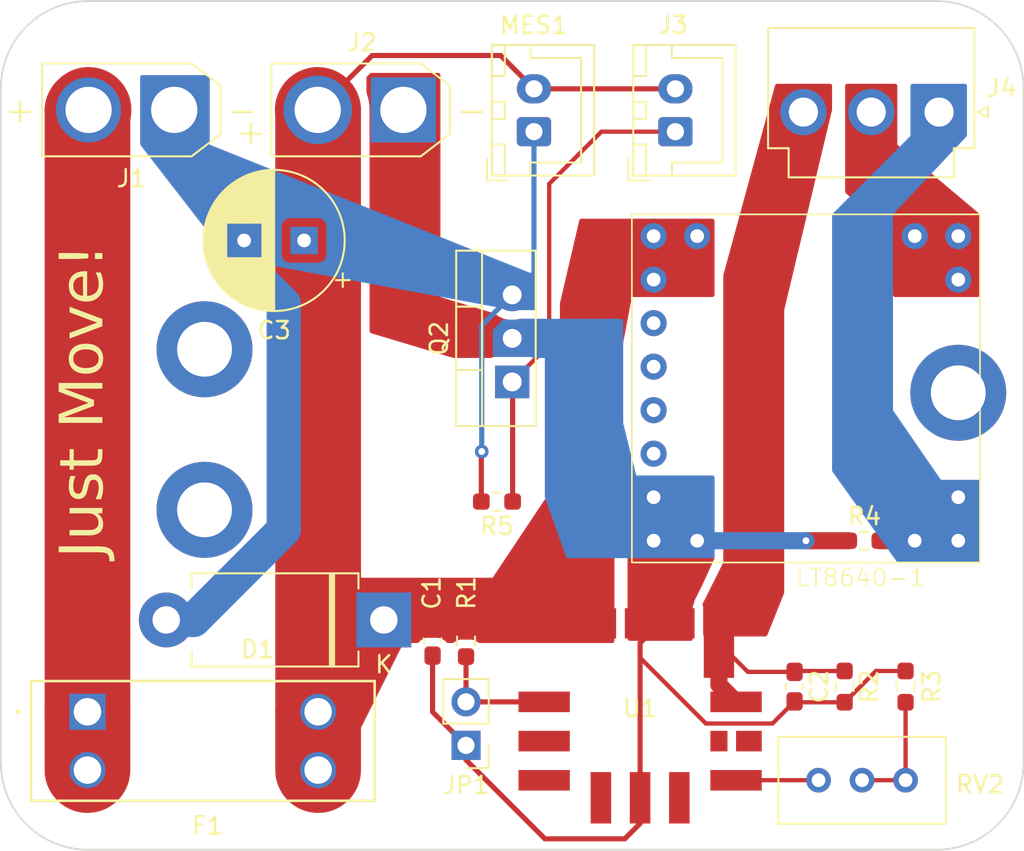
<source format=kicad_pcb>
(kicad_pcb (version 20221018) (generator pcbnew)
  (layers (0 "F.Cu" signal) (31 "B.Cu" signal) (34 "B.Paste" user) (35 "F.Paste" user) (36 "B.SilkS" user "B.Silkscreen") (37 "F.SilkS" user "F.Silkscreen") (38 "B.Mask" user) (39 "F.Mask" user) (44 "Edge.Cuts" user))
  (net 0 "")
  (net 1 "GND")
  (net 2 "VDD")
  (net 3 "Net-(J1-Pin_2)")
  (net 4 "Net-(J3-Pin_1)")
  (net 5 "GND2")
  (net 10 "+5VA")
  (net 11 "+5VD")
  (net 13 "Net-(U1-TRIM1)")
  (net 14 "Net-(JP1-B)")
  (net 19 "Net-(R3-Pad1)")
  (footprint "Connector_JST:JST_VH_B3P-VH_1x03_P3.96mm_Vertical" (layer "F.Cu") (at 85.24 92.837 180)
    (fp_text reference "J4" (at -3.66 1.397) (layer "F.SilkS"))
    (fp_text value "5V out")
    (fp_line (start -2.86 -0.3) (end -2.26 0) (stroke (width 0.12)) (layer "F.SilkS"))
    (fp_line (start -2.86 0.3) (end -2.86 -0.3) (stroke (width 0.12)) (layer "F.SilkS"))
    (fp_line (start -2.26 0) (end -2.86 0.3) (stroke (width 0.12)) (layer "F.SilkS"))
    (fp_line (start -2.06 -2.11) (end -0.86 -2.11) (stroke (width 0.12)) (layer "F.SilkS"))
    (fp_line (start -2.06 4.91) (end -2.06 -2.11) (stroke (width 0.12)) (layer "F.SilkS"))
    (fp_line (start -0.86 -3.81) (end 8.78 -3.81) (stroke (width 0.12)) (layer "F.SilkS"))
    (fp_line (start -0.86 -2.11) (end -0.86 -3.81) (stroke (width 0.12)) (layer "F.SilkS"))
    (fp_line (start 8.78 -3.81) (end 8.78 -2.11) (stroke (width 0.12)) (layer "F.SilkS"))
    (fp_line (start 8.78 -2.11) (end 9.98 -2.11) (stroke (width 0.12)) (layer "F.SilkS"))
    (fp_line (start 9.98 -2.11) (end 9.98 4.91) (stroke (width 0.12)) (layer "F.SilkS"))
    (fp_line (start 9.98 4.91) (end -2.06 4.91) (stroke (width 0.12)) (layer "F.SilkS"))
    (pad "1" thru_hole roundrect (at 0 0 180) (size 2.7 2.7) (drill 1.7) (layers "*.Cu" "*.Mask") (roundrect_rratio 0.09259296296) (net 5 "GND2"))
    (pad "2" thru_hole circle (at 3.96 0 180) (size 2.7 2.7) (drill 1.7) (layers "*.Cu" "*.Mask") (net 10 "+5VA"))
    (pad "3" thru_hole circle (at 7.92 0 180) (size 2.7 2.7) (drill 1.7) (layers "*.Cu" "*.Mask") (net 11 "+5VD"))
  )
  (footprint "Capacitor_THT:CP_Radial_D8.0mm_P3.50mm" (layer "F.Cu") (at 48.1786 100.33 180)
    (fp_text reference "C3" (at 1.75 -5.25) (layer "F.SilkS"))
    (fp_text value "1000u")
    (fp_line (start -2.659698 -2.315) (end -1.859698 -2.315) (stroke (width 0.12)) (layer "F.SilkS"))
    (fp_line (start -2.259698 -2.715) (end -2.259698 -1.915) (stroke (width 0.12)) (layer "F.SilkS"))
    (fp_line (start 1.75 -4.08) (end 1.75 4.08) (stroke (width 0.12)) (layer "F.SilkS"))
    (fp_line (start 1.79 -4.08) (end 1.79 4.08) (stroke (width 0.12)) (layer "F.SilkS"))
    (fp_line (start 1.83 -4.08) (end 1.83 4.08) (stroke (width 0.12)) (layer "F.SilkS"))
    (fp_line (start 1.87 -4.079) (end 1.87 4.079) (stroke (width 0.12)) (layer "F.SilkS"))
    (fp_line (start 1.91 -4.077) (end 1.91 4.077) (stroke (width 0.12)) (layer "F.SilkS"))
    (fp_line (start 1.95 -4.076) (end 1.95 4.076) (stroke (width 0.12)) (layer "F.SilkS"))
    (fp_line (start 1.99 -4.074) (end 1.99 4.074) (stroke (width 0.12)) (layer "F.SilkS"))
    (fp_line (start 2.03 -4.071) (end 2.03 4.071) (stroke (width 0.12)) (layer "F.SilkS"))
    (fp_line (start 2.07 -4.068) (end 2.07 4.068) (stroke (width 0.12)) (layer "F.SilkS"))
    (fp_line (start 2.11 -4.065) (end 2.11 4.065) (stroke (width 0.12)) (layer "F.SilkS"))
    (fp_line (start 2.15 -4.061) (end 2.15 4.061) (stroke (width 0.12)) (layer "F.SilkS"))
    (fp_line (start 2.19 -4.057) (end 2.19 4.057) (stroke (width 0.12)) (layer "F.SilkS"))
    (fp_line (start 2.23 -4.052) (end 2.23 4.052) (stroke (width 0.12)) (layer "F.SilkS"))
    (fp_line (start 2.27 -4.048) (end 2.27 4.048) (stroke (width 0.12)) (layer "F.SilkS"))
    (fp_line (start 2.31 -4.042) (end 2.31 4.042) (stroke (width 0.12)) (layer "F.SilkS"))
    (fp_line (start 2.35 -4.037) (end 2.35 4.037) (stroke (width 0.12)) (layer "F.SilkS"))
    (fp_line (start 2.39 -4.03) (end 2.39 4.03) (stroke (width 0.12)) (layer "F.SilkS"))
    (fp_line (start 2.43 -4.024) (end 2.43 4.024) (stroke (width 0.12)) (layer "F.SilkS"))
    (fp_line (start 2.471 -4.017) (end 2.471 -1.04) (stroke (width 0.12)) (layer "F.SilkS"))
    (fp_line (start 2.471 1.04) (end 2.471 4.017) (stroke (width 0.12)) (layer "F.SilkS"))
    (fp_line (start 2.511 -4.01) (end 2.511 -1.04) (stroke (width 0.12)) (layer "F.SilkS"))
    (fp_line (start 2.511 1.04) (end 2.511 4.01) (stroke (width 0.12)) (layer "F.SilkS"))
    (fp_line (start 2.551 -4.002) (end 2.551 -1.04) (stroke (width 0.12)) (layer "F.SilkS"))
    (fp_line (start 2.551 1.04) (end 2.551 4.002) (stroke (width 0.12)) (layer "F.SilkS"))
    (fp_line (start 2.591 -3.994) (end 2.591 -1.04) (stroke (width 0.12)) (layer "F.SilkS"))
    (fp_line (start 2.591 1.04) (end 2.591 3.994) (stroke (width 0.12)) (layer "F.SilkS"))
    (fp_line (start 2.631 -3.985) (end 2.631 -1.04) (stroke (width 0.12)) (layer "F.SilkS"))
    (fp_line (start 2.631 1.04) (end 2.631 3.985) (stroke (width 0.12)) (layer "F.SilkS"))
    (fp_line (start 2.671 -3.976) (end 2.671 -1.04) (stroke (width 0.12)) (layer "F.SilkS"))
    (fp_line (start 2.671 1.04) (end 2.671 3.976) (stroke (width 0.12)) (layer "F.SilkS"))
    (fp_line (start 2.711 -3.967) (end 2.711 -1.04) (stroke (width 0.12)) (layer "F.SilkS"))
    (fp_line (start 2.711 1.04) (end 2.711 3.967) (stroke (width 0.12)) (layer "F.SilkS"))
    (fp_line (start 2.751 -3.957) (end 2.751 -1.04) (stroke (width 0.12)) (layer "F.SilkS"))
    (fp_line (start 2.751 1.04) (end 2.751 3.957) (stroke (width 0.12)) (layer "F.SilkS"))
    (fp_line (start 2.791 -3.947) (end 2.791 -1.04) (stroke (width 0.12)) (layer "F.SilkS"))
    (fp_line (start 2.791 1.04) (end 2.791 3.947) (stroke (width 0.12)) (layer "F.SilkS"))
    (fp_line (start 2.831 -3.936) (end 2.831 -1.04) (stroke (width 0.12)) (layer "F.SilkS"))
    (fp_line (start 2.831 1.04) (end 2.831 3.936) (stroke (width 0.12)) (layer "F.SilkS"))
    (fp_line (start 2.871 -3.925) (end 2.871 -1.04) (stroke (width 0.12)) (layer "F.SilkS"))
    (fp_line (start 2.871 1.04) (end 2.871 3.925) (stroke (width 0.12)) (layer "F.SilkS"))
    (fp_line (start 2.911 -3.914) (end 2.911 -1.04) (stroke (width 0.12)) (layer "F.SilkS"))
    (fp_line (start 2.911 1.04) (end 2.911 3.914) (stroke (width 0.12)) (layer "F.SilkS"))
    (fp_line (start 2.951 -3.902) (end 2.951 -1.04) (stroke (width 0.12)) (layer "F.SilkS"))
    (fp_line (start 2.951 1.04) (end 2.951 3.902) (stroke (width 0.12)) (layer "F.SilkS"))
    (fp_line (start 2.991 -3.889) (end 2.991 -1.04) (stroke (width 0.12)) (layer "F.SilkS"))
    (fp_line (start 2.991 1.04) (end 2.991 3.889) (stroke (width 0.12)) (layer "F.SilkS"))
    (fp_line (start 3.031 -3.877) (end 3.031 -1.04) (stroke (width 0.12)) (layer "F.SilkS"))
    (fp_line (start 3.031 1.04) (end 3.031 3.877) (stroke (width 0.12)) (layer "F.SilkS"))
    (fp_line (start 3.071 -3.863) (end 3.071 -1.04) (stroke (width 0.12)) (layer "F.SilkS"))
    (fp_line (start 3.071 1.04) (end 3.071 3.863) (stroke (width 0.12)) (layer "F.SilkS"))
    (fp_line (start 3.111 -3.85) (end 3.111 -1.04) (stroke (width 0.12)) (layer "F.SilkS"))
    (fp_line (start 3.111 1.04) (end 3.111 3.85) (stroke (width 0.12)) (layer "F.SilkS"))
    (fp_line (start 3.151 -3.835) (end 3.151 -1.04) (stroke (width 0.12)) (layer "F.SilkS"))
    (fp_line (start 3.151 1.04) (end 3.151 3.835) (stroke (width 0.12)) (layer "F.SilkS"))
    (fp_line (start 3.191 -3.821) (end 3.191 -1.04) (stroke (width 0.12)) (layer "F.SilkS"))
    (fp_line (start 3.191 1.04) (end 3.191 3.821) (stroke (width 0.12)) (layer "F.SilkS"))
    (fp_line (start 3.231 -3.805) (end 3.231 -1.04) (stroke (width 0.12)) (layer "F.SilkS"))
    (fp_line (start 3.231 1.04) (end 3.231 3.805) (stroke (width 0.12)) (layer "F.SilkS"))
    (fp_line (start 3.271 -3.79) (end 3.271 -1.04) (stroke (width 0.12)) (layer "F.SilkS"))
    (fp_line (start 3.271 1.04) (end 3.271 3.79) (stroke (width 0.12)) (layer "F.SilkS"))
    (fp_line (start 3.311 -3.774) (end 3.311 -1.04) (stroke (width 0.12)) (layer "F.SilkS"))
    (fp_line (start 3.311 1.04) (end 3.311 3.774) (stroke (width 0.12)) (layer "F.SilkS"))
    (fp_line (start 3.351 -3.757) (end 3.351 -1.04) (stroke (width 0.12)) (layer "F.SilkS"))
    (fp_line (start 3.351 1.04) (end 3.351 3.757) (stroke (width 0.12)) (layer "F.SilkS"))
    (fp_line (start 3.391 -3.74) (end 3.391 -1.04) (stroke (width 0.12)) (layer "F.SilkS"))
    (fp_line (start 3.391 1.04) (end 3.391 3.74) (stroke (width 0.12)) (layer "F.SilkS"))
    (fp_line (start 3.431 -3.722) (end 3.431 -1.04) (stroke (width 0.12)) (layer "F.SilkS"))
    (fp_line (start 3.431 1.04) (end 3.431 3.722) (stroke (width 0.12)) (layer "F.SilkS"))
    (fp_line (start 3.471 -3.704) (end 3.471 -1.04) (stroke (width 0.12)) (layer "F.SilkS"))
    (fp_line (start 3.471 1.04) (end 3.471 3.704) (stroke (width 0.12)) (layer "F.SilkS"))
    (fp_line (start 3.511 -3.686) (end 3.511 -1.04) (stroke (width 0.12)) (layer "F.SilkS"))
    (fp_line (start 3.511 1.04) (end 3.511 3.686) (stroke (width 0.12)) (layer "F.SilkS"))
    (fp_line (start 3.551 -3.666) (end 3.551 -1.04) (stroke (width 0.12)) (layer "F.SilkS"))
    (fp_line (start 3.551 1.04) (end 3.551 3.666) (stroke (width 0.12)) (layer "F.SilkS"))
    (fp_line (start 3.591 -3.647) (end 3.591 -1.04) (stroke (width 0.12)) (layer "F.SilkS"))
    (fp_line (start 3.591 1.04) (end 3.591 3.647) (stroke (width 0.12)) (layer "F.SilkS"))
    (fp_line (start 3.631 -3.627) (end 3.631 -1.04) (stroke (width 0.12)) (layer "F.SilkS"))
    (fp_line (start 3.631 1.04) (end 3.631 3.627) (stroke (width 0.12)) (layer "F.SilkS"))
    (fp_line (start 3.671 -3.606) (end 3.671 -1.04) (stroke (width 0.12)) (layer "F.SilkS"))
    (fp_line (start 3.671 1.04) (end 3.671 3.606) (stroke (width 0.12)) (layer "F.SilkS"))
    (fp_line (start 3.711 -3.584) (end 3.711 -1.04) (stroke (width 0.12)) (layer "F.SilkS"))
    (fp_line (start 3.711 1.04) (end 3.711 3.584) (stroke (width 0.12)) (layer "F.SilkS"))
    (fp_line (start 3.751 -3.562) (end 3.751 -1.04) (stroke (width 0.12)) (layer "F.SilkS"))
    (fp_line (start 3.751 1.04) (end 3.751 3.562) (stroke (width 0.12)) (layer "F.SilkS"))
    (fp_line (start 3.791 -3.54) (end 3.791 -1.04) (stroke (width 0.12)) (layer "F.SilkS"))
    (fp_line (start 3.791 1.04) (end 3.791 3.54) (stroke (width 0.12)) (layer "F.SilkS"))
    (fp_line (start 3.831 -3.517) (end 3.831 -1.04) (stroke (width 0.12)) (layer "F.SilkS"))
    (fp_line (start 3.831 1.04) (end 3.831 3.517) (stroke (width 0.12)) (layer "F.SilkS"))
    (fp_line (start 3.871 -3.493) (end 3.871 -1.04) (stroke (width 0.12)) (layer "F.SilkS"))
    (fp_line (start 3.871 1.04) (end 3.871 3.493) (stroke (width 0.12)) (layer "F.SilkS"))
    (fp_line (start 3.911 -3.469) (end 3.911 -1.04) (stroke (width 0.12)) (layer "F.SilkS"))
    (fp_line (start 3.911 1.04) (end 3.911 3.469) (stroke (width 0.12)) (layer "F.SilkS"))
    (fp_line (start 3.951 -3.444) (end 3.951 -1.04) (stroke (width 0.12)) (layer "F.SilkS"))
    (fp_line (start 3.951 1.04) (end 3.951 3.444) (stroke (width 0.12)) (layer "F.SilkS"))
    (fp_line (start 3.991 -3.418) (end 3.991 -1.04) (stroke (width 0.12)) (layer "F.SilkS"))
    (fp_line (start 3.991 1.04) (end 3.991 3.418) (stroke (width 0.12)) (layer "F.SilkS"))
    (fp_line (start 4.031 -3.392) (end 4.031 -1.04) (stroke (width 0.12)) (layer "F.SilkS"))
    (fp_line (start 4.031 1.04) (end 4.031 3.392) (stroke (width 0.12)) (layer "F.SilkS"))
    (fp_line (start 4.071 -3.365) (end 4.071 -1.04) (stroke (width 0.12)) (layer "F.SilkS"))
    (fp_line (start 4.071 1.04) (end 4.071 3.365) (stroke (width 0.12)) (layer "F.SilkS"))
    (fp_line (start 4.111 -3.338) (end 4.111 -1.04) (stroke (width 0.12)) (layer "F.SilkS"))
    (fp_line (start 4.111 1.04) (end 4.111 3.338) (stroke (width 0.12)) (layer "F.SilkS"))
    (fp_line (start 4.151 -3.309) (end 4.151 -1.04) (stroke (width 0.12)) (layer "F.SilkS"))
    (fp_line (start 4.151 1.04) (end 4.151 3.309) (stroke (width 0.12)) (layer "F.SilkS"))
    (fp_line (start 4.191 -3.28) (end 4.191 -1.04) (stroke (width 0.12)) (layer "F.SilkS"))
    (fp_line (start 4.191 1.04) (end 4.191 3.28) (stroke (width 0.12)) (layer "F.SilkS"))
    (fp_line (start 4.231 -3.25) (end 4.231 -1.04) (stroke (width 0.12)) (layer "F.SilkS"))
    (fp_line (start 4.231 1.04) (end 4.231 3.25) (stroke (width 0.12)) (layer "F.SilkS"))
    (fp_line (start 4.271 -3.22) (end 4.271 -1.04) (stroke (width 0.12)) (layer "F.SilkS"))
    (fp_line (start 4.271 1.04) (end 4.271 3.22) (stroke (width 0.12)) (layer "F.SilkS"))
    (fp_line (start 4.311 -3.189) (end 4.311 -1.04) (stroke (width 0.12)) (layer "F.SilkS"))
    (fp_line (start 4.311 1.04) (end 4.311 3.189) (stroke (width 0.12)) (layer "F.SilkS"))
    (fp_line (start 4.351 -3.156) (end 4.351 -1.04) (stroke (width 0.12)) (layer "F.SilkS"))
    (fp_line (start 4.351 1.04) (end 4.351 3.156) (stroke (width 0.12)) (layer "F.SilkS"))
    (fp_line (start 4.391 -3.124) (end 4.391 -1.04) (stroke (width 0.12)) (layer "F.SilkS"))
    (fp_line (start 4.391 1.04) (end 4.391 3.124) (stroke (width 0.12)) (layer "F.SilkS"))
    (fp_line (start 4.431 -3.09) (end 4.431 -1.04) (stroke (width 0.12)) (layer "F.SilkS"))
    (fp_line (start 4.431 1.04) (end 4.431 3.09) (stroke (width 0.12)) (layer "F.SilkS"))
    (fp_line (start 4.471 -3.055) (end 4.471 -1.04) (stroke (width 0.12)) (layer "F.SilkS"))
    (fp_line (start 4.471 1.04) (end 4.471 3.055) (stroke (width 0.12)) (layer "F.SilkS"))
    (fp_line (start 4.511 -3.019) (end 4.511 -1.04) (stroke (width 0.12)) (layer "F.SilkS"))
    (fp_line (start 4.511 1.04) (end 4.511 3.019) (stroke (width 0.12)) (layer "F.SilkS"))
    (fp_line (start 4.551 -2.983) (end 4.551 2.983) (stroke (width 0.12)) (layer "F.SilkS"))
    (fp_line (start 4.591 -2.945) (end 4.591 2.945) (stroke (width 0.12)) (layer "F.SilkS"))
    (fp_line (start 4.631 -2.907) (end 4.631 2.907) (stroke (width 0.12)) (layer "F.SilkS"))
    (fp_line (start 4.671 -2.867) (end 4.671 2.867) (stroke (width 0.12)) (layer "F.SilkS"))
    (fp_line (start 4.711 -2.826) (end 4.711 2.826) (stroke (width 0.12)) (layer "F.SilkS"))
    (fp_line (start 4.751 -2.784) (end 4.751 2.784) (stroke (width 0.12)) (layer "F.SilkS"))
    (fp_line (start 4.791 -2.741) (end 4.791 2.741) (stroke (width 0.12)) (layer "F.SilkS"))
    (fp_line (start 4.831 -2.697) (end 4.831 2.697) (stroke (width 0.12)) (layer "F.SilkS"))
    (fp_line (start 4.871 -2.651) (end 4.871 2.651) (stroke (width 0.12)) (layer "F.SilkS"))
    (fp_line (start 4.911 -2.604) (end 4.911 2.604) (stroke (width 0.12)) (layer "F.SilkS"))
    (fp_line (start 4.951 -2.556) (end 4.951 2.556) (stroke (width 0.12)) (layer "F.SilkS"))
    (fp_line (start 4.991 -2.505) (end 4.991 2.505) (stroke (width 0.12)) (layer "F.SilkS"))
    (fp_line (start 5.031 -2.454) (end 5.031 2.454) (stroke (width 0.12)) (layer "F.SilkS"))
    (fp_line (start 5.071 -2.4) (end 5.071 2.4) (stroke (width 0.12)) (layer "F.SilkS"))
    (fp_line (start 5.111 -2.345) (end 5.111 2.345) (stroke (width 0.12)) (layer "F.SilkS"))
    (fp_line (start 5.151 -2.287) (end 5.151 2.287) (stroke (width 0.12)) (layer "F.SilkS"))
    (fp_line (start 5.191 -2.228) (end 5.191 2.228) (stroke (width 0.12)) (layer "F.SilkS"))
    (fp_line (start 5.231 -2.166) (end 5.231 2.166) (stroke (width 0.12)) (layer "F.SilkS"))
    (fp_line (start 5.271 -2.102) (end 5.271 2.102) (stroke (width 0.12)) (layer "F.SilkS"))
    (fp_line (start 5.311 -2.034) (end 5.311 2.034) (stroke (width 0.12)) (layer "F.SilkS"))
    (fp_line (start 5.351 -1.964) (end 5.351 1.964) (stroke (width 0.12)) (layer "F.SilkS"))
    (fp_line (start 5.391 -1.89) (end 5.391 1.89) (stroke (width 0.12)) (layer "F.SilkS"))
    (fp_line (start 5.431 -1.813) (end 5.431 1.813) (stroke (width 0.12)) (layer "F.SilkS"))
    (fp_line (start 5.471 -1.731) (end 5.471 1.731) (stroke (width 0.12)) (layer "F.SilkS"))
    (fp_line (start 5.511 -1.645) (end 5.511 1.645) (stroke (width 0.12)) (layer "F.SilkS"))
    (fp_line (start 5.551 -1.552) (end 5.551 1.552) (stroke (width 0.12)) (layer "F.SilkS"))
    (fp_line (start 5.591 -1.453) (end 5.591 1.453) (stroke (width 0.12)) (layer "F.SilkS"))
    (fp_line (start 5.631 -1.346) (end 5.631 1.346) (stroke (width 0.12)) (layer "F.SilkS"))
    (fp_line (start 5.671 -1.229) (end 5.671 1.229) (stroke (width 0.12)) (layer "F.SilkS"))
    (fp_line (start 5.711 -1.098) (end 5.711 1.098) (stroke (width 0.12)) (layer "F.SilkS"))
    (fp_line (start 5.751 -0.948) (end 5.751 0.948) (stroke (width 0.12)) (layer "F.SilkS"))
    (fp_line (start 5.791 -0.768) (end 5.791 0.768) (stroke (width 0.12)) (layer "F.SilkS"))
    (fp_line (start 5.831 -0.533) (end 5.831 0.533) (stroke (width 0.12)) (layer "F.SilkS"))
    (fp_circle (center 1.75 0) (end 5.87 0) (stroke (width 0.12)) (fill none) (layer "F.SilkS"))
    (pad "1" thru_hole rect (at 0 0 180) (size 1.6 1.6) (drill 0.8) (layers "*.Cu" "*.Mask") (net 2 "VDD"))
    (pad "2" thru_hole circle (at 3.5 0 180) (size 1.6 1.6) (drill 0.8) (layers "*.Cu" "*.Mask") (net 1 "GND"))
  )
  (footprint "Resistor_SMD:R_0603_1608Metric_Pad0.98x0.95mm_HandSolder" (layer "F.Cu") (at 57.63 123.704 -90)
    (fp_text reference "R1" (at -2.8 -0.028 90) (layer "F.SilkS"))
    (fp_text value "20k")
    (fp_line (start -0.254724 -0.5225) (end 0.254724 -0.5225) (stroke (width 0.12)) (layer "F.SilkS"))
    (fp_line (start -0.254724 0.5225) (end 0.254724 0.5225) (stroke (width 0.12)) (layer "F.SilkS"))
    (pad "1" smd roundrect (at -0.9125 0 270) (size 0.975 0.95) (layers "F.Cu" "F.Paste" "F.Mask") (net 2 "VDD"))
    (pad "2" smd roundrect (at 0.9125 0 270) (size 0.975 0.95) (layers "F.Cu" "F.Paste" "F.Mask") (net 14 "Net-(JP1-B)"))
  )
  (footprint "MountingHole:MountingHole_3.2mm_M3_DIN965_Pad" (layer "F.Cu") (at 42.3672 106.68)
    (fp_text reference "REF**" hide)
    (fp_text value "holeM3")
    (pad "1" thru_hole circle (at 0 0) (size 5.6 5.6) (drill 3.2) (layers "*.Cu" "*.Mask"))
  )
  (footprint "Resistor_SMD:R_0603_1608Metric_Pad0.98x0.95mm_HandSolder" (layer "F.Cu") (at 79.728 126.371 -90)
    (fp_text reference "R2" (at 0 -1.43 90) (layer "F.SilkS"))
    (fp_text value "1.2k")
    (fp_line (start -0.254724 -0.5225) (end 0.254724 -0.5225) (stroke (width 0.12)) (layer "F.SilkS"))
    (fp_line (start -0.254724 0.5225) (end 0.254724 0.5225) (stroke (width 0.12)) (layer "F.SilkS"))
    (pad "1" smd roundrect (at -0.9125 0 270) (size 0.975 0.95) (layers "F.Cu" "F.Paste" "F.Mask") (net 11 "+5VD"))
    (pad "2" smd roundrect (at 0.9125 0 270) (size 0.975 0.95) (layers "F.Cu" "F.Paste" "F.Mask") (net 5 "GND2"))
  )
  (footprint "Connector_AMASS:AMASS_XT30U-M_1x02_P5.0mm_Vertical" (layer "F.Cu") (at 40.6 92.71 180)
    (fp_text reference "J1" (at 2.5 -4 180) (layer "F.SilkS"))
    (fp_text value "XT30")
    (fp_text user "-" (at -4 0 180) (layer "F.SilkS") (effects (font (size 1.5 1.5))))
    (fp_text user "+" (at 9 0 180) (layer "F.SilkS") (effects (font (size 1.5 1.5))))
    (fp_line (start -2.71 -1.41) (end -2.71 1.41) (stroke (width 0.12)) (layer "F.SilkS"))
    (fp_line (start -2.71 -1.41) (end -1.01 -2.71) (stroke (width 0.12)) (layer "F.SilkS"))
    (fp_line (start -2.71 1.41) (end -1.01 2.71) (stroke (width 0.12)) (layer "F.SilkS"))
    (fp_line (start -1.01 -2.71) (end 7.71 -2.71) (stroke (width 0.12)) (layer "F.SilkS"))
    (fp_line (start -1.01 2.71) (end 7.71 2.71) (stroke (width 0.12)) (layer "F.SilkS"))
    (fp_line (start 7.71 -2.71) (end 7.71 2.71) (stroke (width 0.12)) (layer "F.SilkS"))
    (pad "1" thru_hole rect (at 0 0 180) (size 3.8 3.8) (drill 2.7) (layers "*.Cu" "*.Mask") (net 1 "GND"))
    (pad "2" thru_hole circle (at 5 0 180) (size 3.8 3.8) (drill 2.7) (layers "*.Cu" "*.Mask") (net 3 "Net-(J1-Pin_2)"))
  )
  (footprint "Diode_THT:D_DO-201AD_P12.70mm_Horizontal" (layer "F.Cu") (at 52.832 122.4788 180)
    (fp_text reference "D1" (at 7.366 -1.7272) (layer "F.SilkS"))
    (fp_text value "D_Shockley")
    (fp_text user "K" (at 0 -2.6) (layer "F.SilkS"))
    (fp_line (start 1.48 -2.72) (end 11.22 -2.72) (stroke (width 0.12)) (layer "F.SilkS"))
    (fp_line (start 1.48 -1.84) (end 1.48 -2.72) (stroke (width 0.12)) (layer "F.SilkS"))
    (fp_line (start 1.48 1.84) (end 1.48 2.72) (stroke (width 0.12)) (layer "F.SilkS"))
    (fp_line (start 1.48 2.72) (end 11.22 2.72) (stroke (width 0.12)) (layer "F.SilkS"))
    (fp_line (start 2.905 -2.72) (end 2.905 2.72) (stroke (width 0.12)) (layer "F.SilkS"))
    (fp_line (start 3.025 -2.72) (end 3.025 2.72) (stroke (width 0.12)) (layer "F.SilkS"))
    (fp_line (start 3.145 -2.72) (end 3.145 2.72) (stroke (width 0.12)) (layer "F.SilkS"))
    (fp_line (start 11.22 -2.72) (end 11.22 -1.84) (stroke (width 0.12)) (layer "F.SilkS"))
    (fp_line (start 11.22 2.72) (end 11.22 1.84) (stroke (width 0.12)) (layer "F.SilkS"))
    (pad "1" thru_hole rect (at 0 0 180) (size 3.2 3.2) (drill 1.6) (layers "*.Cu" "*.Mask") (net 2 "VDD"))
    (pad "2" thru_hole oval (at 12.7 0 180) (size 3.2 3.2) (drill 1.6) (layers "*.Cu" "*.Mask") (net 1 "GND"))
  )
  (footprint "Package_TO_SOT_THT:TO-220-3_Vertical" (layer "F.Cu") (at 60.325 108.585 90)
    (fp_text reference "Q2" (at 2.54 -4.27 90) (layer "F.SilkS"))
    (fp_text value "Q_NMOS_GDS")
    (fp_line (start -2.58 -3.27) (end -2.58 1.371) (stroke (width 0.12)) (layer "F.SilkS"))
    (fp_line (start -2.58 -3.27) (end 7.66 -3.27) (stroke (width 0.12)) (layer "F.SilkS"))
    (fp_line (start -2.58 -1.76) (end 7.66 -1.76) (stroke (width 0.12)) (layer "F.SilkS"))
    (fp_line (start -2.58 1.371) (end 7.66 1.371) (stroke (width 0.12)) (layer "F.SilkS"))
    (fp_line (start 0.69 -3.27) (end 0.69 -1.76) (stroke (width 0.12)) (layer "F.SilkS"))
    (fp_line (start 4.391 -3.27) (end 4.391 -1.76) (stroke (width 0.12)) (layer "F.SilkS"))
    (fp_line (start 7.66 -3.27) (end 7.66 1.371) (stroke (width 0.12)) (layer "F.SilkS"))
    (pad "1" thru_hole rect (at 0 0 90) (size 1.905 2) (drill 1.1) (layers "*.Cu" "*.Mask") (net 4 "Net-(J3-Pin_1)"))
    (pad "2" thru_hole oval (at 2.54 0 90) (size 1.905 2) (drill 1.1) (layers "*.Cu" "*.Mask") (net 5 "GND2"))
    (pad "3" thru_hole oval (at 5.08 0 90) (size 1.905 2) (drill 1.1) (layers "*.Cu" "*.Mask") (net 1 "GND"))
  )
  (footprint "OKL-T_6-W12N-C:DCDC-murata-6A" (layer "F.Cu") (at 61.69 133.36)
    (fp_text reference "U1" (at 6.096 -5.715 -180) (layer "F.SilkS"))
    (fp_text value "OKL-T/6-W12N-C")
    (pad "1" smd trapezoid (at 0.5 -6.1) (size 3 1.2) (layers "F.Cu" "F.Paste" "F.Mask") (net 14 "Net-(JP1-B)"))
    (pad "2" smd trapezoid (at 0.5 -10.68) (size 3 1.2) (layers "F.Cu" "F.Paste" "F.Mask") (net 2 "VDD"))
    (pad "2" smd trapezoid (at 2.665 -10.68) (size 4.07 1.77) (layers "F.Cu" "F.Paste" "F.Mask") (net 2 "VDD"))
    (pad "2" smd trapezoid (at 3.81 -11.7) (size 1.2 3) (layers "F.Cu" "F.Paste" "F.Mask") (net 2 "VDD"))
    (pad "3" smd trapezoid (at 6.1 -11.7) (size 1.2 3) (layers "F.Cu" "F.Paste" "F.Mask") (net 5 "GND2"))
    (pad "3" smd trapezoid (at 7.245 -10.68) (size 4.07 1.77) (layers "F.Cu" "F.Paste" "F.Mask") (net 5 "GND2"))
    (pad "3" smd trapezoid (at 8.39 -11.7) (size 1.2 3) (layers "F.Cu" "F.Paste" "F.Mask") (net 5 "GND2"))
    (pad "4" smd trapezoid (at 10.7 -9.535) (size 1.77 4.07) (layers "F.Cu" "F.Paste" "F.Mask") (net 11 "+5VD"))
    (pad "4" smd trapezoid (at 11.7 -10.68) (size 3 1.2) (layers "F.Cu" "F.Paste" "F.Mask") (net 11 "+5VD"))
    (pad "5" smd trapezoid (at 11.7 -6.1) (size 3 1.2) (layers "F.Cu" "F.Paste" "F.Mask") (net 11 "+5VD"))
    (pad "6" smd trapezoid (at 11.7 -1.52) (size 3 1.2) (layers "F.Cu" "F.Paste" "F.Mask") (net 13 "Net-(U1-TRIM1)"))
    (pad "7" smd trapezoid (at 6.1 -0.5) (size 1.2 3) (layers "F.Cu" "F.Paste" "F.Mask") (net 5 "GND2"))
    (pad "8" smd trapezoid (at 3.81 -0.5) (size 1.2 3) (layers "F.Cu" "F.Paste" "F.Mask"))
    (pad "9" smd trapezoid (at 0.5 -1.52) (size 3 1.2) (layers "F.Cu" "F.Paste" "F.Mask"))
    (pad "10" smd trapezoid (at 0.5 -3.81) (size 3 1.2) (layers "F.Cu" "F.Paste" "F.Mask"))
    (pad "11" smd trapezoid (at 12.45 -3.81) (size 1.5 1.2) (layers "F.Cu" "F.Paste" "F.Mask"))
    (pad "12" smd trapezoid (at 8.39 -0.5) (size 1.2 3) (layers "F.Cu" "F.Paste" "F.Mask"))
    (pad "13" smd trapezoid (at 10.7 -3.81) (size 1 1.2) (layers "F.Cu" "F.Paste" "F.Mask"))
  )
  (footprint "Connector_JST:JST_XH_B2B-XH-A_1x02_P2.50mm_Vertical" (layer "F.Cu") (at 61.595 93.98 90)
    (fp_text reference "MES1" (at 6.223 0 180) (layer "F.SilkS"))
    (fp_text value "Voltmeter_DC_XH")
    (fp_line (start -2.85 -2.75) (end -2.85 -1.5) (stroke (width 0.12)) (layer "F.SilkS"))
    (fp_line (start -2.56 -2.46) (end -2.56 3.51) (stroke (width 0.12)) (layer "F.SilkS"))
    (fp_line (start -2.56 3.51) (end 5.06 3.51) (stroke (width 0.12)) (layer "F.SilkS"))
    (fp_line (start -2.55 -2.45) (end -2.55 -1.7) (stroke (width 0.12)) (layer "F.SilkS"))
    (fp_line (start -2.55 -1.7) (end -0.75 -1.7) (stroke (width 0.12)) (layer "F.SilkS"))
    (fp_line (start -2.55 -0.2) (end -1.8 -0.2) (stroke (width 0.12)) (layer "F.SilkS"))
    (fp_line (start -1.8 -0.2) (end -1.8 2.75) (stroke (width 0.12)) (layer "F.SilkS"))
    (fp_line (start -1.8 2.75) (end 1.25 2.75) (stroke (width 0.12)) (layer "F.SilkS"))
    (fp_line (start -1.6 -2.75) (end -2.85 -2.75) (stroke (width 0.12)) (layer "F.SilkS"))
    (fp_line (start -0.75 -2.45) (end -2.55 -2.45) (stroke (width 0.12)) (layer "F.SilkS"))
    (fp_line (start -0.75 -1.7) (end -0.75 -2.45) (stroke (width 0.12)) (layer "F.SilkS"))
    (fp_line (start 0.75 -2.45) (end 0.75 -1.7) (stroke (width 0.12)) (layer "F.SilkS"))
    (fp_line (start 0.75 -1.7) (end 1.75 -1.7) (stroke (width 0.12)) (layer "F.SilkS"))
    (fp_line (start 1.75 -2.45) (end 0.75 -2.45) (stroke (width 0.12)) (layer "F.SilkS"))
    (fp_line (start 1.75 -1.7) (end 1.75 -2.45) (stroke (width 0.12)) (layer "F.SilkS"))
    (fp_line (start 3.25 -2.45) (end 3.25 -1.7) (stroke (width 0.12)) (layer "F.SilkS"))
    (fp_line (start 3.25 -1.7) (end 5.05 -1.7) (stroke (width 0.12)) (layer "F.SilkS"))
    (fp_line (start 4.3 -0.2) (end 4.3 2.75) (stroke (width 0.12)) (layer "F.SilkS"))
    (fp_line (start 4.3 2.75) (end 1.25 2.75) (stroke (width 0.12)) (layer "F.SilkS"))
    (fp_line (start 5.05 -2.45) (end 3.25 -2.45) (stroke (width 0.12)) (layer "F.SilkS"))
    (fp_line (start 5.05 -1.7) (end 5.05 -2.45) (stroke (width 0.12)) (layer "F.SilkS"))
    (fp_line (start 5.05 -0.2) (end 4.3 -0.2) (stroke (width 0.12)) (layer "F.SilkS"))
    (fp_line (start 5.06 -2.46) (end -2.56 -2.46) (stroke (width 0.12)) (layer "F.SilkS"))
    (fp_line (start 5.06 3.51) (end 5.06 -2.46) (stroke (width 0.12)) (layer "F.SilkS"))
    (pad "1" thru_hole roundrect (at 0 0 90) (size 1.7 2) (drill 1) (layers "*.Cu" "*.Mask") (roundrect_rratio 0.1470588235) (net 1 "GND"))
    (pad "2" thru_hole oval (at 2.5 0 90) (size 1.7 2) (drill 1) (layers "*.Cu" "*.Mask") (net 2 "VDD"))
  )
  (footprint "3357_15:3557-15_KEY" (layer "F.Cu") (at 35.5346 127.8382)
    (fp_text reference "F1" (at 7.0104 6.6548 unlocked) (layer "F.SilkS"))
    (fp_text value "3557-15")
    (fp_line (start -3.302 -1.7907) (end -3.302 5.1943) (stroke (width 0.1524)) (layer "F.SilkS"))
    (fp_line (start 16.764 -1.7907) (end -3.302 -1.7907) (stroke (width 0.1524)) (layer "F.SilkS"))
    (fp_line (start 16.764 -1.7907) (end 16.764 5.1943) (stroke (width 0.1524)) (layer "F.SilkS"))
    (fp_line (start 16.764 5.1943) (end -3.302 5.1943) (stroke (width 0.1524)) (layer "F.SilkS"))
    (fp_circle (center -4.064 0) (end -3.9878 0) (stroke (width 0.1524)) (fill none) (layer "F.SilkS"))
    (pad "1" thru_hole rect (at 0 0) (size 2.1082 2.1082) (drill 1.6002) (layers "*.Cu" "*.Mask") (net 3 "Net-(J1-Pin_2)"))
    (pad "2" thru_hole circle (at 0 3.4036) (size 2.1082 2.1082) (drill 1.6002) (layers "*.Cu" "*.Mask") (net 3 "Net-(J1-Pin_2)"))
    (pad "3" thru_hole circle (at 13.462 3.4036) (size 2.1082 2.1082) (drill 1.6002) (layers "*.Cu" "*.Mask") (net 2 "VDD"))
    (pad "4" thru_hole circle (at 13.462 0) (size 2.1082 2.1082) (drill 1.6002) (layers "*.Cu" "*.Mask") (net 2 "VDD"))
  )
  (footprint "Resistor_SMD:R_0603_1608Metric_Pad0.98x0.95mm_HandSolder" (layer "F.Cu") (at 80.8755 117.856)
    (fp_text reference "R4" (at 0 -1.43) (layer "F.SilkS"))
    (fp_text value "R_Small")
    (fp_line (start -0.254724 -0.5225) (end 0.254724 -0.5225) (stroke (width 0.12)) (layer "F.SilkS"))
    (fp_line (start -0.254724 0.5225) (end 0.254724 0.5225) (stroke (width 0.12)) (layer "F.SilkS"))
    (pad "1" smd roundrect (at -0.9125 0) (size 0.975 0.95) (layers "F.Cu" "F.Paste" "F.Mask") (net 5 "GND2"))
    (pad "2" smd roundrect (at 0.9125 0) (size 0.975 0.95) (layers "F.Cu" "F.Paste" "F.Mask") (net 5 "GND2"))
  )
  (footprint "Connector_JST:JST_XH_B2B-XH-A_1x02_P2.50mm_Vertical" (layer "F.Cu") (at 69.85 93.98 90)
    (fp_text reference "J3" (at 6.223 -0.127 180) (layer "F.SilkS"))
    (fp_text value "Power Switch")
    (fp_line (start -2.85 -2.75) (end -2.85 -1.5) (stroke (width 0.12)) (layer "F.SilkS"))
    (fp_line (start -2.56 -2.46) (end -2.56 3.51) (stroke (width 0.12)) (layer "F.SilkS"))
    (fp_line (start -2.56 3.51) (end 5.06 3.51) (stroke (width 0.12)) (layer "F.SilkS"))
    (fp_line (start -2.55 -2.45) (end -2.55 -1.7) (stroke (width 0.12)) (layer "F.SilkS"))
    (fp_line (start -2.55 -1.7) (end -0.75 -1.7) (stroke (width 0.12)) (layer "F.SilkS"))
    (fp_line (start -2.55 -0.2) (end -1.8 -0.2) (stroke (width 0.12)) (layer "F.SilkS"))
    (fp_line (start -1.8 -0.2) (end -1.8 2.75) (stroke (width 0.12)) (layer "F.SilkS"))
    (fp_line (start -1.8 2.75) (end 1.25 2.75) (stroke (width 0.12)) (layer "F.SilkS"))
    (fp_line (start -1.6 -2.75) (end -2.85 -2.75) (stroke (width 0.12)) (layer "F.SilkS"))
    (fp_line (start -0.75 -2.45) (end -2.55 -2.45) (stroke (width 0.12)) (layer "F.SilkS"))
    (fp_line (start -0.75 -1.7) (end -0.75 -2.45) (stroke (width 0.12)) (layer "F.SilkS"))
    (fp_line (start 0.75 -2.45) (end 0.75 -1.7) (stroke (width 0.12)) (layer "F.SilkS"))
    (fp_line (start 0.75 -1.7) (end 1.75 -1.7) (stroke (width 0.12)) (layer "F.SilkS"))
    (fp_line (start 1.75 -2.45) (end 0.75 -2.45) (stroke (width 0.12)) (layer "F.SilkS"))
    (fp_line (start 1.75 -1.7) (end 1.75 -2.45) (stroke (width 0.12)) (layer "F.SilkS"))
    (fp_line (start 3.25 -2.45) (end 3.25 -1.7) (stroke (width 0.12)) (layer "F.SilkS"))
    (fp_line (start 3.25 -1.7) (end 5.05 -1.7) (stroke (width 0.12)) (layer "F.SilkS"))
    (fp_line (start 4.3 -0.2) (end 4.3 2.75) (stroke (width 0.12)) (layer "F.SilkS"))
    (fp_line (start 4.3 2.75) (end 1.25 2.75) (stroke (width 0.12)) (layer "F.SilkS"))
    (fp_line (start 5.05 -2.45) (end 3.25 -2.45) (stroke (width 0.12)) (layer "F.SilkS"))
    (fp_line (start 5.05 -1.7) (end 5.05 -2.45) (stroke (width 0.12)) (layer "F.SilkS"))
    (fp_line (start 5.05 -0.2) (end 4.3 -0.2) (stroke (width 0.12)) (layer "F.SilkS"))
    (fp_line (start 5.06 -2.46) (end -2.56 -2.46) (stroke (width 0.12)) (layer "F.SilkS"))
    (fp_line (start 5.06 3.51) (end 5.06 -2.46) (stroke (width 0.12)) (layer "F.SilkS"))
    (pad "1" thru_hole roundrect (at 0 0 90) (size 1.7 2) (drill 1) (layers "*.Cu" "*.Mask") (roundrect_rratio 0.1470588235) (net 4 "Net-(J3-Pin_1)"))
    (pad "2" thru_hole oval (at 2.5 0 90) (size 1.7 2) (drill 1) (layers "*.Cu" "*.Mask") (net 2 "VDD"))
  )
  (footprint "Connector_AMASS:AMASS_XT30U-F_1x02_P5.0mm_Vertical" (layer "F.Cu") (at 53.975 92.71 180)
    (fp_text reference "J2" (at 2.413 3.937) (layer "F.SilkS"))
    (fp_text value "PWR out")
    (fp_text user "-" (at -4 0) (layer "F.SilkS") (effects (font (size 1.5 1.5))))
    (fp_text user "+" (at 8.89 -1.27) (layer "F.SilkS") (effects (font (size 1.5 1.5))))
    (fp_line (start -2.71 -1.41) (end -2.71 1.41) (stroke (width 0.12)) (layer "F.SilkS"))
    (fp_line (start -2.71 -1.41) (end -1.01 -2.71) (stroke (width 0.12)) (layer "F.SilkS"))
    (fp_line (start -2.71 1.41) (end -1.01 2.71) (stroke (width 0.12)) (layer "F.SilkS"))
    (fp_line (start -1.01 -2.71) (end 7.71 -2.71) (stroke (width 0.12)) (layer "F.SilkS"))
    (fp_line (start -1.01 2.71) (end 7.71 2.71) (stroke (width 0.12)) (layer "F.SilkS"))
    (fp_line (start 7.71 -2.71) (end 7.71 2.71) (stroke (width 0.12)) (layer "F.SilkS"))
    (pad "1" thru_hole rect (at 0 0 180) (size 3.8 3.8) (drill 2.7) (layers "*.Cu" "*.Mask") (net 5 "GND2"))
    (pad "2" thru_hole circle (at 5 0 180) (size 4 4) (drill 2.7) (layers "*.Cu" "*.Mask") (net 2 "VDD"))
  )
  (footprint "Capacitor_SMD:C_0603_1608Metric_Pad1.08x0.95mm_HandSolder" (layer "F.Cu") (at 76.807 126.371 -90)
    (fp_text reference "C2" (at 0 -1.43 90) (layer "F.SilkS"))
    (fp_text value "10u")
    (fp_line (start -0.146267 -0.51) (end 0.146267 -0.51) (stroke (width 0.12)) (layer "F.SilkS"))
    (fp_line (start -0.146267 0.51) (end 0.146267 0.51) (stroke (width 0.12)) (layer "F.SilkS"))
    (pad "1" smd roundrect (at -0.8625 0 270) (size 1.075 0.95) (layers "F.Cu" "F.Paste" "F.Mask") (net 11 "+5VD"))
    (pad "2" smd roundrect (at 0.8625 0 270) (size 1.075 0.95) (layers "F.Cu" "F.Paste" "F.Mask") (net 5 "GND2"))
  )
  (footprint "Potentiometer_THT:Potentiometer_Bourns_3296W_Vertical" (layer "F.Cu") (at 83.284 131.832)
    (fp_text reference "RV2" (at 4.346 0.248) (layer "F.SilkS"))
    (fp_text value "20k")
    (fp_line (start -7.425 -2.53) (end -7.425 2.54) (stroke (width 0.12)) (layer "F.SilkS"))
    (fp_line (start -7.425 -2.53) (end 2.345 -2.53) (stroke (width 0.12)) (layer "F.SilkS"))
    (fp_line (start -7.425 2.54) (end 2.345 2.54) (stroke (width 0.12)) (layer "F.SilkS"))
    (fp_line (start 2.345 -2.53) (end 2.345 2.54) (stroke (width 0.12)) (layer "F.SilkS"))
    (pad "1" thru_hole circle (at 0 0) (size 1.44 1.44) (drill 0.8) (layers "*.Cu" "*.Mask") (net 19 "Net-(R3-Pad1)"))
    (pad "2" thru_hole circle (at -2.54 0) (size 1.44 1.44) (drill 0.8) (layers "*.Cu" "*.Mask") (net 19 "Net-(R3-Pad1)"))
    (pad "3" thru_hole circle (at -5.08 0) (size 1.44 1.44) (drill 0.8) (layers "*.Cu" "*.Mask") (net 13 "Net-(U1-TRIM1)"))
  )
  (footprint "Resistor_SMD:R_0603_1608Metric_Pad0.98x0.95mm_HandSolder" (layer "F.Cu") (at 83.284 126.371 90)
    (fp_text reference "R3" (at 0 1.524 90) (layer "F.SilkS"))
    (fp_text value "1.2k")
    (fp_line (start -0.254724 -0.5225) (end 0.254724 -0.5225) (stroke (width 0.12)) (layer "F.SilkS"))
    (fp_line (start -0.254724 0.5225) (end 0.254724 0.5225) (stroke (width 0.12)) (layer "F.SilkS"))
    (pad "1" smd roundrect (at -0.9125 0 90) (size 0.975 0.95) (layers "F.Cu" "F.Paste" "F.Mask") (net 19 "Net-(R3-Pad1)"))
    (pad "2" smd roundrect (at 0.9125 0 90) (size 0.975 0.95) (layers "F.Cu" "F.Paste" "F.Mask") (net 5 "GND2"))
  )
  (footprint "Resistor_SMD:R_0603_1608Metric_Pad0.98x0.95mm_HandSolder" (layer "F.Cu") (at 59.436 115.57 180)
    (fp_text reference "R5" (at 0 -1.43) (layer "F.SilkS"))
    (fp_text value "1k")
    (fp_line (start -0.254724 -0.5225) (end 0.254724 -0.5225) (stroke (width 0.12)) (layer "F.SilkS"))
    (fp_line (start -0.254724 0.5225) (end 0.254724 0.5225) (stroke (width 0.12)) (layer "F.SilkS"))
    (pad "1" smd roundrect (at -0.9125 0 180) (size 0.975 0.95) (layers "F.Cu" "F.Paste" "F.Mask") (net 4 "Net-(J3-Pin_1)"))
    (pad "2" smd roundrect (at 0.9125 0 180) (size 0.975 0.95) (layers "F.Cu" "F.Paste" "F.Mask") (net 1 "GND"))
  )
  (footprint "Capacitor_SMD:C_0603_1608Metric_Pad1.08x0.95mm_HandSolder" (layer "F.Cu") (at 55.6768 123.698 -90)
    (fp_text reference "C1" (at -2.794 0.0508 90) (layer "F.SilkS"))
    (fp_text value "22u")
    (fp_line (start -0.146267 -0.51) (end 0.146267 -0.51) (stroke (width 0.12)) (layer "F.SilkS"))
    (fp_line (start -0.146267 0.51) (end 0.146267 0.51) (stroke (width 0.12)) (layer "F.SilkS"))
    (pad "1" smd roundrect (at -0.8625 0 270) (size 1.075 0.95) (layers "F.Cu" "F.Paste" "F.Mask") (net 2 "VDD"))
    (pad "2" smd roundrect (at 0.8625 0 270) (size 1.075 0.95) (layers "F.Cu" "F.Paste" "F.Mask") (net 5 "GND2"))
  )
  (footprint "Connector_PinHeader_2.54mm:PinHeader_1x02_P2.54mm_Vertical" (layer "F.Cu") (at 57.63 129.8 180)
    (fp_text reference "JP1" (at 0 -2.33) (layer "F.SilkS"))
    (fp_text value "JumperShort")
    (fp_line (start -1.33 -1.33) (end 0 -1.33) (stroke (width 0.12)) (layer "F.SilkS"))
    (fp_line (start -1.33 0) (end -1.33 -1.33) (stroke (width 0.12)) (layer "F.SilkS"))
    (fp_line (start -1.33 1.27) (end -1.33 3.87) (stroke (width 0.12)) (layer "F.SilkS"))
    (fp_line (start -1.33 1.27) (end 1.33 1.27) (stroke (width 0.12)) (layer "F.SilkS"))
    (fp_line (start -1.33 3.87) (end 1.33 3.87) (stroke (width 0.12)) (layer "F.SilkS"))
    (fp_line (start 1.33 1.27) (end 1.33 3.87) (stroke (width 0.12)) (layer "F.SilkS"))
    (pad "1" thru_hole rect (at 0 0 180) (size 1.7 1.7) (drill 1) (layers "*.Cu" "*.Mask") (net 5 "GND2"))
    (pad "2" thru_hole oval (at 0 2.54 180) (size 1.7 1.7) (drill 1) (layers "*.Cu" "*.Mask") (net 14 "Net-(JP1-B)"))
  )
  (footprint "LT8640:LT8640" (layer "F.Cu") (at 77.47 108.966 90)
    (fp_text reference "LT8640-1" (at -11.049 3.175 unlocked) (layer "F.SilkS") (effects (font (thickness 0.1))))
    (fp_text value "~")
    (fp_rect (start 10.16 10.16) (end -10.16 -10.16) (stroke (width 0.1)) (fill none) (layer "F.SilkS"))
    (pad "1" thru_hole circle (at 8.89 -6.35 90) (size 1.524 1.524) (drill 0.8) (layers "*.Cu" "*.Mask") (net 2 "VDD"))
    (pad "2" thru_hole circle (at 8.89 -8.89 90) (size 1.524 1.524) (drill 0.8) (layers "*.Cu" "*.Mask") (net 2 "VDD"))
    (pad "3" thru_hole circle (at 6.35 -8.89 90) (size 1.524 1.524) (drill 0.8) (layers "*.Cu" "*.Mask") (net 2 "VDD"))
    (pad "4" thru_hole circle (at 3.81 -8.89 90) (size 1.524 1.524) (drill 0.8) (layers "*.Cu" "*.Mask"))
    (pad "5" thru_hole circle (at 1.27 -8.89 90) (size 1.524 1.524) (drill 0.8) (layers "*.Cu" "*.Mask"))
    (pad "6" thru_hole circle (at -1.27 -8.89 90) (size 1.524 1.524) (drill 0.8) (layers "*.Cu" "*.Mask"))
    (pad "7" thru_hole circle (at -3.81 -8.89 90) (size 1.524 1.524) (drill 0.8) (layers "*.Cu" "*.Mask"))
    (pad "8" thru_hole rect (at -6.35 -8.89 90) (size 1.524 1.524) (drill 0.8) (layers "*.Cu" "*.Mask") (net 5 "GND2"))
    (pad "9" thru_hole rect (at -8.89 -8.89 90) (size 1.524 1.524) (drill 0.8) (layers "*.Cu" "*.Mask") (net 5 "GND2"))
    (pad "10" thru_hole rect (at -8.89 -6.35 90) (size 1.524 1.524) (drill 0.8) (layers "*.Cu" "*.Mask") (net 5 "GND2"))
    (pad "11" thru_hole circle (at 8.89 6.35 90) (size 1.524 1.524) (drill 0.8) (layers "*.Cu" "*.Mask") (net 10 "+5VA"))
    (pad "12" thru_hole circle (at 8.89 8.89 90) (size 1.524 1.524) (drill 0.8) (layers "*.Cu" "*.Mask") (net 10 "+5VA"))
    (pad "13" thru_hole circle (at 6.35 8.89 90) (size 1.524 1.524) (drill 0.8) (layers "*.Cu" "*.Mask") (net 10 "+5VA"))
    (pad "14" thru_hole rect (at -6.35 8.89 90) (size 1.524 1.524) (drill 0.8) (layers "*.Cu" "*.Mask") (net 5 "GND2"))
    (pad "15" thru_hole rect (at -8.89 8.89 90) (size 1.524 1.524) (drill 0.8) (layers "*.Cu" "*.Mask") (net 5 "GND2"))
    (pad "16" thru_hole rect (at -8.89 6.35 90) (size 1.524 1.524) (drill 0.8) (layers "*.Cu" "*.Mask") (net 5 "GND2"))
  )
  (footprint "MountingHole:MountingHole_3.2mm_M3_DIN965_Pad" (layer "F.Cu") (at 42.3672 116.0526)
    (fp_text reference "REF**" hide)
    (fp_text value "holeM3")
    (pad "1" thru_hole circle (at 0 0) (size 5.6 5.6) (drill 3.2) (layers "*.Cu" "*.Mask"))
  )
  (footprint "MountingHole:MountingHole_3.2mm_M3_DIN965_Pad" (layer "F.Cu") (at 86.36 109.22)
    (fp_text reference "REF**" hide)
    (fp_text value "holeM3")
    (pad "1" thru_hole circle (at 0 0) (size 5.6 5.6) (drill 3.2) (layers "*.Cu" "*.Mask"))
  )
  (gr_arc (start 30.48 91.44) (mid 31.967898 87.847898) (end 35.56 86.36) (stroke (width 0.1)) (layer "Edge.Cuts"))
  (gr_line (start 30.48 91.44) (end 30.48 130.81) (stroke (width 0.1)) (layer "Edge.Cuts"))
  (gr_line (start 85.09 86.36) (end 35.56 86.36) (stroke (width 0.1)) (layer "Edge.Cuts"))
  (gr_arc (start 85.09 86.36) (mid 88.682102 87.847898) (end 90.17 91.44) (stroke (width 0.1)) (layer "Edge.Cuts"))
  (gr_arc (start 90.17 130.81) (mid 88.682102 134.402102) (end 85.09 135.89) (stroke (width 0.1)) (layer "Edge.Cuts"))
  (gr_arc (start 35.56 135.89) (mid 31.967898 134.402102) (end 30.48 130.81) (stroke (width 0.1)) (layer "Edge.Cuts"))
  (gr_line (start 90.17 130.81) (end 90.17 91.44) (stroke (width 0.1)) (layer "Edge.Cuts"))
  (gr_line (start 35.56 135.89) (end 85.09 135.89) (stroke (width 0.1)) (layer "Edge.Cuts"))
  (gr_text "Just Move!" (at 36.83 118.872 90) (layer "F.SilkS") (effects (font (size 2.5 2.5)) (justify left bottom)))
  (segment (start 58.5235 112.6725) (end 58.5235 115.57) (width 0.3) (layer "F.Cu") (net 1))
  (segment (start 58.547 112.649) (end 58.5235 112.6725) (width 0.25) (layer "F.Cu") (net 1))
  (via (at 58.547 112.649) (size 0.8) (drill 0.4) (layers "F.Cu" "B.Cu") (net 1))
  (segment (start 61.595 102.235) (end 61.595 93.98) (width 0.3) (layer "B.Cu") (net 1))
  (segment (start 60.325 103.505) (end 61.595 102.235) (width 0.3) (layer "B.Cu") (net 1))
  (segment (start 46.99 117.2208) (end 46.99 104.0257) (width 2) (layer "B.Cu") (net 1))
  (segment (start 40.132 122.4788) (end 41.732 122.4788) (width 2) (layer "B.Cu") (net 1))
  (segment (start 58.547 105.283) (end 58.547 112.649) (width 0.3) (layer "B.Cu") (net 1))
  (segment (start 41.732 122.4788) (end 46.99 117.2208) (width 2) (layer "B.Cu") (net 1))
  (segment (start 46.99 104.0257) (end 44.6786 101.7143) (width 2) (layer "B.Cu") (net 1))
  (segment (start 44.6786 101.7143) (end 44.6786 100.33) (width 2) (layer "B.Cu") (net 1))
  (segment (start 60.325 103.505) (end 58.547 105.283) (width 0.3) (layer "B.Cu") (net 1))
  (segment (start 48.9966 127.8382) (end 48.9966 103.124) (width 5) (layer "F.Cu") (net 2))
  (segment (start 48.9966 131.2418) (end 48.9966 127.8382) (width 5) (layer "F.Cu") (net 2))
  (segment (start 48.9966 103.124) (end 48.9966 92.7316) (width 5) (layer "F.Cu") (net 2))
  (segment (start 48.9966 92.7316) (end 48.975 92.71) (width 5) (layer "F.Cu") (net 2))
  (segment (start 69.85 91.48) (end 61.595 91.48) (width 0.3) (layer "F.Cu") (net 2))
  (segment (start 48.975 92.71) (end 52.15 89.535) (width 0.3) (layer "F.Cu") (net 2))
  (segment (start 59.65 89.535) (end 61.595 91.48) (width 0.3) (layer "F.Cu") (net 2))
  (segment (start 52.15 89.535) (end 59.65 89.535) (width 0.3) (layer "F.Cu") (net 2))
  (segment (start 35.5346 92.7754) (end 35.6 92.71) (width 5) (layer "F.Cu") (net 3))
  (segment (start 35.5346 131.2418) (end 35.5346 127.8382) (width 5) (layer "F.Cu") (net 3))
  (segment (start 35.6 131.1764) (end 35.5346 131.2418) (width 0.25) (layer "F.Cu") (net 3))
  (segment (start 35.5346 127.8382) (end 35.5346 92.7754) (width 5) (layer "F.Cu") (net 3))
  (segment (start 62.484 97.028) (end 65.532 93.98) (width 0.25) (layer "F.Cu") (net 4))
  (segment (start 65.532 93.98) (end 69.85 93.98) (width 0.25) (layer "F.Cu") (net 4))
  (segment (start 60.3485 108.6085) (end 60.325 108.585) (width 0.25) (layer "F.Cu") (net 4))
  (segment (start 62.484 106.426) (end 62.484 97.028) (width 0.25) (layer "F.Cu") (net 4))
  (segment (start 60.3485 115.57) (end 60.3485 108.6085) (width 0.3) (layer "F.Cu") (net 4))
  (segment (start 60.325 108.585) (end 62.484 106.426) (width 0.25) (layer "F.Cu") (net 4))
  (segment (start 67.79 134.36) (end 67.79 132.86) (width 0.3) (layer "F.Cu") (net 5))
  (segment (start 79.728 127.2835) (end 76.857 127.2835) (width 0.25) (layer "F.Cu") (net 5))
  (segment (start 83.82 117.856) (end 81.788 117.856) (width 1) (layer "F.Cu") (net 5))
  (segment (start 57.63 129.8) (end 57.63 130.65) (width 0.3) (layer "F.Cu") (net 5))
  (segment (start 67.79 124.206) (end 67.79 123.825) (width 0.3) (layer "F.Cu") (net 5))
  (segment (start 81.553 125.4585) (end 79.728 127.2835) (width 0.25) (layer "F.Cu") (net 5))
  (segment (start 67.79 132.86) (end 67.79 124.206) (width 0.3) (layer "F.Cu") (net 5))
  (segment (start 71.628 128.524) (end 67.79 124.686) (width 0.25) (layer "F.Cu") (net 5))
  (segment (start 62.235 135.255) (end 66.895 135.255) (width 0.3) (layer "F.Cu") (net 5))
  (segment (start 67.79 123.825) (end 68.935 122.68) (width 0.3) (layer "F.Cu") (net 5))
  (segment (start 83.284 125.4585) (end 81.553 125.4585) (width 0.25) (layer "F.Cu") (net 5))
  (segment (start 76.857 127.2835) (end 76.807 127.2335) (width 0.25) (layer "F.Cu") (net 5))
  (segment (start 67.79 124.686) (end 67.79 124.206) (width 0.25) (layer "F.Cu") (net 5))
  (segment (start 79.963 117.856) (end 77.47 117.856) (width 1) (layer "F.Cu") (net 5))
  (segment (start 55.499 124.5605) (end 55.626 124.6875) (width 0.3) (layer "F.Cu") (net 5))
  (segment (start 66.895 135.255) (end 67.79 134.36) (width 0.3) (layer "F.Cu") (net 5))
  (segment (start 57.63 129.8) (end 55.6768 127.8468) (width 0.3) (layer "F.Cu") (net 5))
  (segment (start 55.6768 127.8468) (end 55.6768 124.5605) (width 0.3) (layer "F.Cu") (net 5))
  (segment (start 76.807 127.2335) (end 75.5165 128.524) (width 0.25) (layer "F.Cu") (net 5))
  (segment (start 75.5165 128.524) (end 71.628 128.524) (width 0.25) (layer "F.Cu") (net 5))
  (segment (start 57.63 130.65) (end 62.235 135.255) (width 0.3) (layer "F.Cu") (net 5))
  (via (at 77.47 117.856) (size 0.8) (drill 0.4) (layers "F.Cu" "B.Cu") (net 5))
  (segment (start 77.47 117.856) (end 71.12 117.856) (width 1) (layer "B.Cu") (net 5))
  (segment (start 74.0735 125.5085) (end 76.807 125.5085) (width 0.25) (layer "F.Cu") (net 11))
  (segment (start 72.39 123.825) (end 74.0735 125.5085) (width 0.25) (layer "F.Cu") (net 11))
  (segment (start 79.728 125.4585) (end 76.857 125.4585) (width 0.25) (layer "F.Cu") (net 11))
  (segment (start 72.39 123.825) (end 72.39 126.26) (width 1) (layer "F.Cu") (net 11))
  (segment (start 76.857 125.4585) (end 76.807 125.5085) (width 0.25) (layer "F.Cu") (net 11))
  (segment (start 72.39 126.26) (end 73.39 127.26) (width 1) (layer "F.Cu") (net 11))
  (segment (start 73.398 131.832) (end 73.39 131.84) (width 0.25) (layer "F.Cu") (net 13))
  (segment (start 78.204 131.832) (end 73.398 131.832) (width 0.25) (layer "F.Cu") (net 13))
  (segment (start 62.19 127.26) (end 57.63 127.26) (width 0.3) (layer "F.Cu") (net 14))
  (segment (start 57.63 124.6165) (end 57.63 127.26) (width 0.3) (layer "F.Cu") (net 14))
  (segment (start 80.744 131.832) (end 83.284 131.832) (width 0.25) (layer "F.Cu") (net 19))
  (segment (start 83.284 131.832) (end 83.284 127.2835) (width 0.25) (layer "F.Cu") (net 19))
  (zone (net 10) (net_name "+5VA") (layer "F.Cu") (priority 2) (connect_pads yes (clearance 0.5)) (min_thickness 0.25) (fill yes (thermal_gap 0.5) (thermal_bridge_width 0.5))
    (polygon (pts (xy 87.63 98.806) (xy 82.804 94.742) (xy 82.804 91.186) (xy 79.756 91.186) (xy 79.756 97.536) (xy 82.55 100.076) (xy 82.55 103.632) (xy 87.63 103.632)))
  )
  (zone (net 5) (net_name "GND2") (layer "F.Cu") (priority 3) (connect_pads yes (clearance 0.5)) (min_thickness 0.25) (fill yes (thermal_gap 0.5) (thermal_bridge_width 0.5) (island_removal_mode 1) (island_area_min 10))
    (polygon (pts (xy 51.816 90.551) (xy 56.134 90.551) (xy 56.134 103.632) (xy 60.325 104.902) (xy 61.722 104.902) (xy 61.849 107.188) (xy 56.896 107.188) (xy 51.816 105.664)))
  )
  (zone (net 2) (net_name "VDD") (layer "F.Cu") (priority 1) (connect_pads yes (clearance 0.5)) (min_thickness 0.25) (fill yes (thermal_gap 0.5) (thermal_bridge_width 0.5))
    (polygon (pts (xy 66.294 123.825) (xy 53.975 123.825) (xy 51.435 128.905) (xy 46.99 128.905) (xy 46.99 120.015) (xy 59.182 120.015) (xy 62.484 115.062) (xy 62.484 106.68) (xy 64.262 99.06) (xy 72.136 99.06) (xy 72.136 103.632) (xy 67.31 103.632) (xy 66.294 108.966) (xy 66.294 120.015)))
  )
  (zone (net 5) (net_name "GND2") (layer "F.Cu") (priority 5) (connect_pads yes (clearance 0.5)) (min_thickness 0.25) (fill yes (thermal_gap 0.5) (thermal_bridge_width 0.5))
    (polygon (pts (xy 72.136 114.046) (xy 67.564 114.046) (xy 67.056 118.872) (xy 67.056 123.698) (xy 70.866 123.698) (xy 70.866 121.666) (xy 72.136 118.872)))
  )
  (zone (net 11) (net_name "+5VD") (layer "F.Cu") (priority 6) (connect_pads yes (clearance 0.5)) (min_thickness 0.25) (fill yes (thermal_gap 0.5) (thermal_bridge_width 0.5))
    (polygon (pts (xy 71.374 123.444) (xy 75.184 123.444) (xy 76.2 120.904) (xy 76.2 104.394) (xy 78.994 92.71) (xy 78.994 91.186) (xy 75.692 91.186) (xy 72.644 102.362) (xy 72.644 119.126) (xy 71.374 121.666)))
  )
  (zone (net 1) (net_name "GND") (layer "B.Cu") (connect_pads yes (clearance 0.5)) (min_thickness 0.25) (fill yes (thermal_gap 0.5) (thermal_bridge_width 0.5))
    (polygon (pts (xy 38.608 90.678) (xy 38.608 94.742) (xy 43.7134 101.3206) (xy 52.7177 102.9843) (xy 61.722 104.648) (xy 61.722 102.362) (xy 52.197 98.552) (xy 42.672 94.742) (xy 42.672 90.678)))
  )
  (zone (net 5) (net_name "GND2") (layer "B.Cu") (priority 7) (connect_pads yes (clearance 0.5)) (min_thickness 0.25) (fill yes (thermal_gap 0.5) (thermal_bridge_width 0.5))
    (polygon (pts (xy 87.63 119.126) (xy 87.63 114.3) (xy 85.344 114.3) (xy 82.55 110.236) (xy 82.55 99.822) (xy 82.55 98.806) (xy 86.868 94.234) (xy 86.868 91.186) (xy 83.566 91.186) (xy 83.566 94.234) (xy 78.994 98.806) (xy 78.994 113.792) (xy 82.804 119.126)))
  )
  (zone (net 5) (net_name "GND2") (layer "B.Cu") (priority 4) (connect_pads yes (clearance 0.5)) (min_thickness 0.25) (fill yes (thermal_gap 0.5) (thermal_bridge_width 0.5))
    (polygon (pts (xy 62.23 107.188) (xy 59.182 107.188) (xy 59.182 104.902) (xy 66.802 104.902) (xy 66.802 110.998) (xy 67.564 114.046) (xy 72.136 114.046) (xy 72.136 118.872) (xy 69.596 118.872) (xy 67.056 118.872) (xy 63.5 118.872) (xy 62.23 115.316)))
  )
)
</source>
